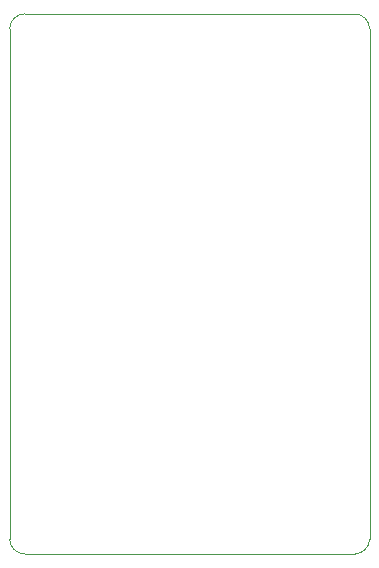
<source format=gbr>
%TF.GenerationSoftware,KiCad,Pcbnew,(6.0.11)*%
%TF.CreationDate,2023-02-06T20:57:08+10:00*%
%TF.ProjectId,can_explorer,63616e5f-6578-4706-9c6f-7265722e6b69,rev?*%
%TF.SameCoordinates,Original*%
%TF.FileFunction,Profile,NP*%
%FSLAX46Y46*%
G04 Gerber Fmt 4.6, Leading zero omitted, Abs format (unit mm)*
G04 Created by KiCad (PCBNEW (6.0.11)) date 2023-02-06 20:57:08*
%MOMM*%
%LPD*%
G01*
G04 APERTURE LIST*
%TA.AperFunction,Profile*%
%ADD10C,0.100000*%
%TD*%
G04 APERTURE END LIST*
D10*
X161290000Y-58420000D02*
X133350000Y-58420000D01*
X133350000Y-104140000D02*
X161290000Y-104140000D01*
X132080000Y-59690000D02*
X132080000Y-102870000D01*
X133350000Y-58420000D02*
G75*
G03*
X132080000Y-59690000I0J-1270000D01*
G01*
X132080000Y-102870000D02*
G75*
G03*
X133350000Y-104140000I1270000J0D01*
G01*
X161290000Y-104140000D02*
G75*
G03*
X162560000Y-102870000I0J1270000D01*
G01*
X162560000Y-102870000D02*
X162560000Y-59690000D01*
X162560000Y-59690000D02*
G75*
G03*
X161290000Y-58420000I-1270000J0D01*
G01*
M02*

</source>
